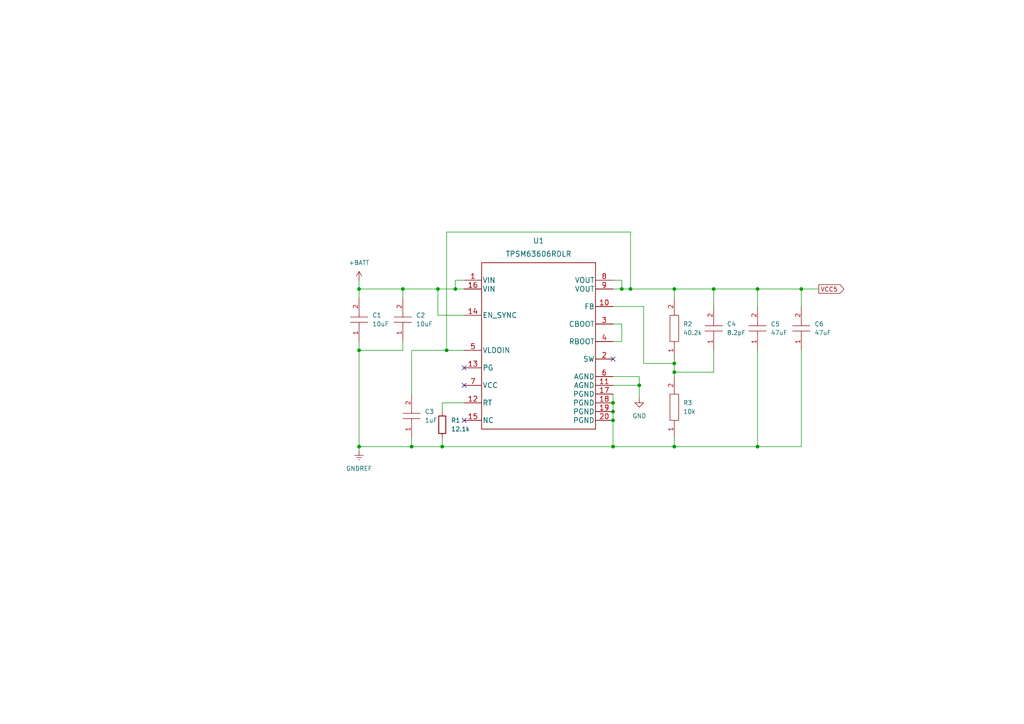
<source format=kicad_sch>
(kicad_sch (version 20211123) (generator eeschema)
  (paper "A4")
  (lib_symbols
    (symbol "C1005X6S1C105K050BC:C1005X6S1C105K050BC" (pin_names (offset 0.762))
      (property "Reference" "C" (at 8.89 6.35 0))
      (property "Value" "C1005X6S1C105K050BC" (at 8.89 3.81 0))
      (symbol "C1005X6S1C105K050BC_0_0"
        (pin passive line (at 0 0 0) (length 5.08) (name "~") (number "1"))
        (pin passive line (at 12.7 0 180) (length 5.08) (name "~") (number "2"))
      )
      (symbol "C1005X6S1C105K050BC_0_1"
        (polyline (pts (xy 5.08 0) (xy 5.588 0)) (stroke (width 0.1524)))
        (polyline (pts (xy 5.588 2.54) (xy 5.588 -2.54)) (stroke (width 0.1524)))
        (polyline (pts (xy 7.112 0) (xy 7.62 0)) (stroke (width 0.1524)))
        (polyline (pts (xy 7.112 2.54) (xy 7.112 -2.54)) (stroke (width 0.1524)))
      )
    )
    (symbol "C3225X7R1H106M250AC:C3225X7R1H106M250AC" (pin_names (offset 0.762))
      (property "Reference" "C" (at 8.89 6.35 0))
      (property "Value" "C3225X7R1H106M250AC" (at 8.89 3.81 0))
      (symbol "C3225X7R1H106M250AC_0_0"
        (pin passive line (at 0 0 0) (length 5.08) (name "~") (number "1"))
        (pin passive line (at 12.7 0 180) (length 5.08) (name "~") (number "2"))
      )
      (symbol "C3225X7R1H106M250AC_0_1"
        (polyline (pts (xy 5.08 0) (xy 5.588 0)) (stroke (width 0.1524)))
        (polyline (pts (xy 5.588 2.54) (xy 5.588 -2.54)) (stroke (width 0.1524)))
        (polyline (pts (xy 7.112 0) (xy 7.62 0)) (stroke (width 0.1524)))
        (polyline (pts (xy 7.112 2.54) (xy 7.112 -2.54)) (stroke (width 0.1524)))
      )
    )
    (symbol "CRCW040210K0FKED:CRCW040210K0FKED" (pin_names (offset 0.762))
      (property "Reference" "R" (at 13.97 6.35 0))
      (property "Value" "CRCW040210K0FKED" (at 13.97 3.81 0))
      (symbol "CRCW040210K0FKED_0_0"
        (pin passive line (at 0 0 0) (length 5.08) (name "~") (number "1"))
        (pin passive line (at 17.78 0 180) (length 5.08) (name "~") (number "2"))
      )
      (symbol "CRCW040210K0FKED_0_1"
        (polyline (pts (xy 5.08 1.27) (xy 12.7 1.27) (xy 12.7 -1.27) (xy 5.08 -1.27) (xy 5.08 1.27)) (stroke (width 0.1524)))
      )
    )
    (symbol "CRCW040240K2FKED:CRCW040240K2FKED" (pin_names (offset 0.762))
      (property "Reference" "R" (at 13.97 6.35 0))
      (property "Value" "CRCW040240K2FKED" (at 13.97 3.81 0))
      (symbol "CRCW040240K2FKED_0_0"
        (pin passive line (at 0 0 0) (length 5.08) (name "~") (number "1"))
        (pin passive line (at 17.78 0 180) (length 5.08) (name "~") (number "2"))
      )
      (symbol "CRCW040240K2FKED_0_1"
        (polyline (pts (xy 5.08 1.27) (xy 12.7 1.27) (xy 12.7 -1.27) (xy 5.08 -1.27) (xy 5.08 1.27)) (stroke (width 0.1524)))
      )
    )
    (symbol "Device:R" (pin_numbers hide) (pin_names (offset 0))
      (property "Reference" "R" (at 2.032 0 90))
      (property "Value" "R" (at 0 0 90))
      (symbol "R_0_1"
        (rectangle (start -1.016 -2.54) (end 1.016 2.54) (stroke (width 0.254)))
      )
      (symbol "R_1_1"
        (pin passive line (at 0 3.81 270) (length 1.27) (name "~") (number "1"))
        (pin passive line (at 0 -3.81 90) (length 1.27) (name "~") (number "2"))
      )
    )
    (symbol "GCM32ER70J476KE19L:GCM32ER70J476KE19L" (pin_names (offset 0.762))
      (property "Reference" "C" (at 8.89 6.35 0))
      (property "Value" "GCM32ER70J476KE19L" (at 8.89 3.81 0))
      (symbol "GCM32ER70J476KE19L_0_0"
        (pin passive line (at 0 0 0) (length 5.08) (name "~") (number "1"))
        (pin passive line (at 12.7 0 180) (length 5.08) (name "~") (number "2"))
      )
      (symbol "GCM32ER70J476KE19L_0_1"
        (polyline (pts (xy 5.08 0) (xy 5.588 0)) (stroke (width 0.1524)))
        (polyline (pts (xy 5.588 2.54) (xy 5.588 -2.54)) (stroke (width 0.1524)))
        (polyline (pts (xy 7.112 0) (xy 7.62 0)) (stroke (width 0.1524)))
        (polyline (pts (xy 7.112 2.54) (xy 7.112 -2.54)) (stroke (width 0.1524)))
      )
    )
    (symbol "GRM1555C1H8R2CA01D:GRM1555C1H8R2CA01D" (pin_names (offset 0.762))
      (property "Reference" "C" (at 8.89 6.35 0))
      (property "Value" "GRM1555C1H8R2CA01D" (at 8.89 3.81 0))
      (symbol "GRM1555C1H8R2CA01D_0_0"
        (pin passive line (at 0 0 0) (length 5.08) (name "~") (number "1"))
        (pin passive line (at 12.7 0 180) (length 5.08) (name "~") (number "2"))
      )
      (symbol "GRM1555C1H8R2CA01D_0_1"
        (polyline (pts (xy 5.08 0) (xy 5.588 0)) (stroke (width 0.1524)))
        (polyline (pts (xy 5.588 2.54) (xy 5.588 -2.54)) (stroke (width 0.1524)))
        (polyline (pts (xy 7.112 0) (xy 7.62 0)) (stroke (width 0.1524)))
        (polyline (pts (xy 7.112 2.54) (xy 7.112 -2.54)) (stroke (width 0.1524)))
      )
    )
    (symbol "Power module:TPSM63606RDLR" (pin_names (offset 0.254))
      (property "Reference" "U" (at 0 2.54 0))
      (property "Value" "TPSM63606RDLR" (at 0 0 0))
      (symbol "TPSM63606RDLR_1_1"
        (polyline (pts (xy 5.08 -43.18) (xy 38.1 -43.18)) (stroke (width 0.2032)))
        (polyline (pts (xy 5.08 5.08) (xy 5.08 -43.18)) (stroke (width 0.2032)))
        (polyline (pts (xy 38.1 -43.18) (xy 38.1 5.08)) (stroke (width 0.2032)))
        (polyline (pts (xy 38.1 5.08) (xy 5.08 5.08)) (stroke (width 0.2032)))
        (pin power_in line (at 0 0 0) (length 5.08) (name "VIN") (number "1"))
        (pin unspecified line (at 43.18 -7.62 180) (length 5.08) (name "FB") (number "10"))
        (pin power_in line (at 43.18 -30.48 180) (length 5.08) (name "AGND") (number "11"))
        (pin unspecified line (at 0 -35.56 0) (length 5.08) (name "RT") (number "12"))
        (pin open_collector line (at 0 -25.4 0) (length 5.08) (name "PG") (number "13"))
        (pin input line (at 0 -10.16 0) (length 5.08) (name "EN_SYNC") (number "14"))
        (pin unspecified line (at 0 -40.64 0) (length 5.08) (name "NC") (number "15"))
        (pin power_in line (at 0 -2.54 0) (length 5.08) (name "VIN") (number "16"))
        (pin power_in line (at 43.18 -33.02 180) (length 5.08) (name "PGND") (number "17"))
        (pin power_in line (at 43.18 -35.56 180) (length 5.08) (name "PGND") (number "18"))
        (pin power_in line (at 43.18 -38.1 180) (length 5.08) (name "PGND") (number "19"))
        (pin unspecified line (at 43.18 -22.86 180) (length 5.08) (name "SW") (number "2"))
        (pin power_in line (at 43.18 -40.64 180) (length 5.08) (name "PGND") (number "20"))
        (pin unspecified line (at 43.18 -12.7 180) (length 5.08) (name "CBOOT") (number "3"))
        (pin unspecified line (at 43.18 -17.78 180) (length 5.08) (name "RBOOT") (number "4"))
        (pin unspecified line (at 0 -20.32 0) (length 5.08) (name "VLDOIN") (number "5"))
        (pin power_in line (at 43.18 -27.94 180) (length 5.08) (name "AGND") (number "6"))
        (pin unspecified line (at 0 -30.48 0) (length 5.08) (name "VCC") (number "7"))
        (pin unspecified line (at 43.18 0 180) (length 5.08) (name "VOUT") (number "8"))
        (pin unspecified line (at 43.18 -2.54 180) (length 5.08) (name "VOUT") (number "9"))
      )
    )
    (symbol "power:+BATT" (power) (pin_names (offset 0))
      (property "Value" "+BATT" (at 0 3.556 0))
      (symbol "+BATT_0_1"
        (polyline (pts (xy -0.762 1.27) (xy 0 2.54)))
        (polyline (pts (xy 0 0) (xy 0 2.54)))
        (polyline (pts (xy 0 2.54) (xy 0.762 1.27)))
      )
      (symbol "+BATT_1_1"
        (pin power_in line (at 0 0 90) (length 0) hide (name "+BATT") (number "1"))
      )
    )
    (symbol "power:GND" (power) (pin_names (offset 0))
      (property "Value" "GND" (at 0 -3.81 0))
      (symbol "GND_0_1"
        (polyline (pts (xy 0 0) (xy 0 -1.27) (xy 1.27 -1.27) (xy 0 -2.54) (xy -1.27 -1.27) (xy 0 -1.27)))
      )
      (symbol "GND_1_1"
        (pin power_in line (at 0 0 270) (length 0) hide (name "GND") (number "1"))
      )
    )
    (symbol "power:GNDREF" (power) (pin_names (offset 0))
      (property "Value" "GNDREF" (at 0 -3.81 0))
      (symbol "GNDREF_0_1"
        (polyline (pts (xy -0.635 -1.905) (xy 0.635 -1.905)))
        (polyline (pts (xy -0.127 -2.54) (xy 0.127 -2.54)))
        (polyline (pts (xy 0 -1.27) (xy 0 0)))
        (polyline (pts (xy 1.27 -1.27) (xy -1.27 -1.27)))
      )
      (symbol "GNDREF_1_1"
        (pin power_in line (at 0 0 270) (length 0) hide (name "GNDREF") (number "1"))
      )
    )
  )
  (junction (at 132.08 83.82))
  (junction (at 116.84 83.82))
  (junction (at 195.58 129.54))
  (junction (at 185.42 111.76))
  (junction (at 104.14 129.54))
  (junction (at 119.38 129.54))
  (junction (at 177.8 116.84))
  (junction (at 128.27 129.54))
  (junction (at 219.71 129.54))
  (junction (at 177.8 129.54))
  (junction (at 195.58 105.41))
  (junction (at 177.8 119.38))
  (junction (at 180.34 83.82))
  (junction (at 219.71 83.82))
  (junction (at 195.58 107.95))
  (junction (at 127 83.82))
  (junction (at 207.01 83.82))
  (junction (at 104.14 101.6))
  (junction (at 195.58 83.82))
  (junction (at 182.88 83.82))
  (junction (at 104.14 83.82))
  (junction (at 129.54 101.6))
  (junction (at 177.8 121.92))
  (junction (at 232.41 83.82))
  (no_connect (at 177.8 104.14))
  (no_connect (at 134.62 121.92))
  (no_connect (at 134.62 106.68))
  (no_connect (at 134.62 111.76))
  (wire (pts (xy 104.14 81.28) (xy 104.14 83.82)))
  (wire (pts (xy 128.27 127) (xy 128.27 129.54)))
  (wire (pts (xy 182.88 83.82) (xy 195.58 83.82)))
  (wire (pts (xy 195.58 83.82) (xy 207.01 83.82)))
  (wire (pts (xy 195.58 129.54) (xy 177.8 129.54)))
  (wire (pts (xy 177.8 93.98) (xy 180.34 93.98)))
  (wire (pts (xy 177.8 114.3) (xy 177.8 116.84)))
  (wire (pts (xy 119.38 101.6) (xy 119.38 114.3)))
  (wire (pts (xy 177.8 83.82) (xy 180.34 83.82)))
  (wire (pts (xy 134.62 91.44) (xy 127 91.44)))
  (wire (pts (xy 207.01 107.95) (xy 195.58 107.95)))
  (wire (pts (xy 129.54 67.31) (xy 182.88 67.31)))
  (wire (pts (xy 132.08 83.82) (xy 134.62 83.82)))
  (wire (pts (xy 128.27 129.54) (xy 119.38 129.54)))
  (wire (pts (xy 219.71 88.9) (xy 219.71 83.82)))
  (wire (pts (xy 177.8 81.28) (xy 180.34 81.28)))
  (wire (pts (xy 186.69 88.9) (xy 186.69 105.41)))
  (wire (pts (xy 182.88 67.31) (xy 182.88 83.82)))
  (wire (pts (xy 186.69 105.41) (xy 195.58 105.41)))
  (wire (pts (xy 207.01 101.6) (xy 207.01 107.95)))
  (wire (pts (xy 116.84 83.82) (xy 127 83.82)))
  (wire (pts (xy 185.42 109.22) (xy 185.42 111.76)))
  (wire (pts (xy 180.34 81.28) (xy 180.34 83.82)))
  (wire (pts (xy 134.62 101.6) (xy 129.54 101.6)))
  (wire (pts (xy 185.42 111.76) (xy 185.42 115.57)))
  (wire (pts (xy 207.01 83.82) (xy 207.01 88.9)))
  (wire (pts (xy 232.41 88.9) (xy 232.41 83.82)))
  (wire (pts (xy 116.84 83.82) (xy 116.84 86.36)))
  (wire (pts (xy 180.34 93.98) (xy 180.34 99.06)))
  (wire (pts (xy 177.8 109.22) (xy 185.42 109.22)))
  (wire (pts (xy 232.41 101.6) (xy 232.41 129.54)))
  (wire (pts (xy 195.58 105.41) (xy 195.58 107.95)))
  (wire (pts (xy 219.71 101.6) (xy 219.71 129.54)))
  (wire (pts (xy 177.8 119.38) (xy 177.8 121.92)))
  (wire (pts (xy 195.58 83.82) (xy 195.58 86.36)))
  (wire (pts (xy 127 83.82) (xy 132.08 83.82)))
  (wire (pts (xy 104.14 99.06) (xy 104.14 101.6)))
  (wire (pts (xy 219.71 83.82) (xy 232.41 83.82)))
  (wire (pts (xy 129.54 101.6) (xy 119.38 101.6)))
  (wire (pts (xy 195.58 104.14) (xy 195.58 105.41)))
  (wire (pts (xy 116.84 101.6) (xy 104.14 101.6)))
  (wire (pts (xy 104.14 83.82) (xy 104.14 86.36)))
  (wire (pts (xy 195.58 127) (xy 195.58 129.54)))
  (wire (pts (xy 134.62 81.28) (xy 132.08 81.28)))
  (wire (pts (xy 177.8 116.84) (xy 177.8 119.38)))
  (wire (pts (xy 232.41 83.82) (xy 237.49 83.82)))
  (wire (pts (xy 129.54 101.6) (xy 129.54 67.31)))
  (wire (pts (xy 104.14 101.6) (xy 104.14 129.54)))
  (wire (pts (xy 207.01 83.82) (xy 219.71 83.82)))
  (wire (pts (xy 180.34 99.06) (xy 177.8 99.06)))
  (wire (pts (xy 104.14 129.54) (xy 104.14 130.81)))
  (wire (pts (xy 127 91.44) (xy 127 83.82)))
  (wire (pts (xy 128.27 116.84) (xy 128.27 119.38)))
  (wire (pts (xy 177.8 129.54) (xy 128.27 129.54)))
  (wire (pts (xy 195.58 107.95) (xy 195.58 109.22)))
  (wire (pts (xy 116.84 99.06) (xy 116.84 101.6)))
  (wire (pts (xy 177.8 88.9) (xy 186.69 88.9)))
  (wire (pts (xy 177.8 111.76) (xy 185.42 111.76)))
  (wire (pts (xy 232.41 129.54) (xy 219.71 129.54)))
  (wire (pts (xy 219.71 129.54) (xy 195.58 129.54)))
  (wire (pts (xy 119.38 127) (xy 119.38 129.54)))
  (wire (pts (xy 177.8 121.92) (xy 177.8 129.54)))
  (wire (pts (xy 104.14 83.82) (xy 116.84 83.82)))
  (wire (pts (xy 119.38 129.54) (xy 104.14 129.54)))
  (wire (pts (xy 134.62 116.84) (xy 128.27 116.84)))
  (wire (pts (xy 180.34 83.82) (xy 182.88 83.82)))
  (wire (pts (xy 132.08 81.28) (xy 132.08 83.82)))
  (global_label "VCC5" (shape output) (at 237.49 83.82 0) (property "Intersheet References" "${INTERSHEET_REFS}" (effects hide)))
  (symbol (lib_id "Device:R") (at 128.27 123.19 0) (unit 1)
    (property "Reference" "R1" (at 130.81 121.9199 0) (effects (justify left)))
    (property "Value" "12.1k" (at 130.81 124.4599 0) (effects (justify left)))
    (property "Footprint" "Resistor_SMD:R_0402_1005Metric" (effects hide))
  )
  (symbol (lib_id "power:GNDREF") (at 104.14 130.81 0) (unit 1)
    (property "Reference" "#PWR0106" (effects hide))
    (property "Value" "GNDREF" (at 104.14 135.89 0))
  )
  (symbol (lib_id "C3225X7R1H106M250AC:C3225X7R1H106M250AC") (at 116.84 99.06 90) (unit 1)
    (property "Reference" "C2" (at 120.65 91.4399 90) (effects (justify right)))
    (property "Value" "10uF" (at 120.65 93.9799 90) (effects (justify right)))
    (property "Datasheet" "https://product.tdk.com/system/files/dam/doc/product/capacitor/ceramic/mlcc/catalog/mlcc_commercial_general_en.pdf" (effects hide))
    (property "Description" "TDK 1210 C 10uF Ceramic Multilayer Capacitor, 50 V dc, +125C, X7R Dielectric, +/-20%" (effects hide))
    (property "Height" "2.8" (effects hide))
    (property "Mouser Part Number" "810-C3225X7R1H106MAC" (effects hide))
    (property "Mouser Price/Stock" "https://www.mouser.co.uk/ProductDetail/TDK/C3225X7R1H106M250AC?qs=6JAMGB%252BEdkwY95l8JqNSnw%3D%3D" (effects hide))
    (property "Manufacturer_Name" "TDK" (effects hide))
    (property "Manufacturer_Part_Number" "C3225X7R1H106M250AC" (effects hide))
  )
  (symbol (lib_id "C1005X6S1C105K050BC:C1005X6S1C105K050BC") (at 119.38 127 90) (unit 1)
    (property "Reference" "C3" (at 123.19 119.3799 90) (effects (justify right)))
    (property "Value" "1uF" (at 123.19 121.9199 90) (effects (justify right)))
    (property "Datasheet" "https://product.tdk.com/system/files/dam/doc/product/capacitor/ceramic/mlcc/catalog/mlcc_commercial_general_en.pdf" (effects hide))
    (property "Description" "MULTILAYER CERAMIC CHIP CAPACITORS, 1005, Commercial grade, general (Up to 75V)" (effects hide))
    (property "Height" "0.55" (effects hide))
    (property "Mouser Part Number" "810-C1005X6S1C105K" (effects hide))
    (property "Mouser Price/Stock" "https://www.mouser.co.uk/ProductDetail/TDK/C1005X6S1C105K050BC?qs=dfay7wIA1uGWVKHpqb9RWw%3D%3D" (effects hide))
    (property "Manufacturer_Name" "TDK" (effects hide))
    (property "Manufacturer_Part_Number" "C1005X6S1C105K050BC" (effects hide))
  )
  (symbol (lib_id "GCM32ER70J476KE19L:GCM32ER70J476KE19L") (at 232.41 101.6 90) (unit 1)
    (property "Reference" "C6" (at 236.22 93.9799 90) (effects (justify right)))
    (property "Value" "47uF" (at 236.22 96.5199 90) (effects (justify right)))
    (property "Description" "Chip Multilayer Ceramic Capacitors for Automotive" (effects hide))
    (property "Height" "2.7" (effects hide))
    (property "Mouser Part Number" "81-GCM32ER70J476KE9L" (effects hide))
    (property "Mouser Price/Stock" "https://www.mouser.co.uk/ProductDetail/Murata-Electronics/GCM32ER70J476KE19L?qs=pIXLFAqUTcbyFoZMTWAW5w%3D%3D" (effects hide))
    (property "Manufacturer_Name" "Murata Electronics" (effects hide))
    (property "Manufacturer_Part_Number" "GCM32ER70J476KE19L" (effects hide))
  )
  (symbol (lib_id "CRCW040210K0FKED:CRCW040210K0FKED") (at 195.58 127 90) (unit 1)
    (property "Reference" "R3" (at 198.12 116.8399 90) (effects (justify right)))
    (property "Value" "10k" (at 198.12 119.3799 90) (effects (justify right)))
    (property "Datasheet" "http://www.vishay.com/docs/20035/dcrcwe3.pdf" (effects hide))
    (property "Description" "CRCW0402 Resistor T/R 0.063W,1%,10K Vishay CRCW Series Thick Film Surface Mount Resistor 0402 Case 10k +/-1% 0.063W +/-100ppm/C" (effects hide))
    (property "Height" "0.4" (effects hide))
    (property "Mouser Part Number" "71-CRCW0402-10K-E3" (effects hide))
    (property "Mouser Price/Stock" "https://www.mouser.co.uk/ProductDetail/Vishay-Dale/CRCW040210K0FKED?qs=rlE3Te1NifyN3e8vvxacSw%3D%3D" (effects hide))
    (property "Manufacturer_Name" "Vishay" (effects hide))
    (property "Manufacturer_Part_Number" "CRCW040210K0FKED" (effects hide))
  )
  (symbol (lib_id "GRM1555C1H8R2CA01D:GRM1555C1H8R2CA01D") (at 207.01 101.6 90) (unit 1)
    (property "Reference" "C4" (at 210.82 93.9799 90) (effects (justify right)))
    (property "Value" "8.2pF" (at 210.82 96.5199 90) (effects (justify right)))
    (property "Datasheet" "https://datasheet.datasheetarchive.com/originals/distributors/Datasheets_SAMA/ec4f1577dddcc7a13ddad897a28002d3.pdf" (effects hide))
    (property "Description" "MURATA - GRM1555C1H8R2CA01D - CAP, MLCC, C0G/NP0, 8.2PF, 50V, 0402" (effects hide))
    (property "Height" "0.55" (effects hide))
    (property "Mouser Part Number" "81-GRM1555C1H8R2CA1D" (effects hide))
    (property "Mouser Price/Stock" "https://www.mouser.co.uk/ProductDetail/Murata-Electronics/GRM1555C1H8R2CA01D?qs=q312vENifzBDSINEH9AUSg%3D%3D" (effects hide))
    (property "Manufacturer_Name" "Murata Electronics" (effects hide))
    (property "Manufacturer_Part_Number" "GRM1555C1H8R2CA01D" (effects hide))
  )
  (symbol (lib_id "CRCW040240K2FKED:CRCW040240K2FKED") (at 195.58 104.14 90) (unit 1)
    (property "Reference" "R2" (at 198.12 93.9799 90) (effects (justify right)))
    (property "Value" "40.2k" (at 198.12 96.5199 90) (effects (justify right)))
    (property "Datasheet" "http://www.vishay.com/docs/20035/dcrcwe3.pdf" (effects hide))
    (property "Description" "CRCW0402 Resistor T/R 0.063W,1%,40K2 Vishay CRCW Series Thick Film Surface Mount Resistor 0402 Case 40.2k +/-1% 0.063W +/-100ppm/C" (effects hide))
    (property "Height" "0.4" (effects hide))
    (property "Mouser Part Number" "71-CRCW0402-40.2K-E3" (effects hide))
    (property "Mouser Price/Stock" "https://www.mouser.co.uk/ProductDetail/Vishay-Dale/CRCW040240K2FKED?qs=rzhQWu8UUS3g49JmcwYN7w%3D%3D" (effects hide))
    (property "Manufacturer_Name" "Vishay" (effects hide))
    (property "Manufacturer_Part_Number" "CRCW040240K2FKED" (effects hide))
  )
  (symbol (lib_id "power:+BATT") (at 104.14 81.28 0) (unit 1)
    (property "Reference" "#PWR0105" (effects hide))
    (property "Value" "+BATT" (at 104.14 76.2 0))
  )
  (symbol (lib_id "power:GND") (at 185.42 115.57 0) (unit 1)
    (property "Reference" "#PWR0104" (effects hide))
    (property "Value" "GND" (at 185.42 120.65 0))
  )
  (symbol (lib_id "Power module:TPSM63606RDLR") (at 134.62 81.28 0) (unit 1)
    (property "Reference" "U1" (at 156.21 69.85 0) (effects (font (size 1.524 1.524))))
    (property "Value" "TPSM63606RDLR" (at 156.21 73.66 0) (effects (font (size 1.524 1.524))))
  )
  (symbol (lib_id "C3225X7R1H106M250AC:C3225X7R1H106M250AC") (at 104.14 99.06 90) (unit 1)
    (property "Reference" "C1" (at 107.95 91.4399 90) (effects (justify right)))
    (property "Value" "10uF" (at 107.95 93.9799 90) (effects (justify right)))
    (property "Datasheet" "https://product.tdk.com/system/files/dam/doc/product/capacitor/ceramic/mlcc/catalog/mlcc_commercial_general_en.pdf" (effects hide))
    (property "Description" "TDK 1210 C 10uF Ceramic Multilayer Capacitor, 50 V dc, +125C, X7R Dielectric, +/-20%" (effects hide))
    (property "Height" "2.8" (effects hide))
    (property "Mouser Part Number" "810-C3225X7R1H106MAC" (effects hide))
    (property "Mouser Price/Stock" "https://www.mouser.co.uk/ProductDetail/TDK/C3225X7R1H106M250AC?qs=6JAMGB%252BEdkwY95l8JqNSnw%3D%3D" (effects hide))
    (property "Manufacturer_Name" "TDK" (effects hide))
    (property "Manufacturer_Part_Number" "C3225X7R1H106M250AC" (effects hide))
  )
  (symbol (lib_id "GCM32ER70J476KE19L:GCM32ER70J476KE19L") (at 219.71 101.6 90) (unit 1)
    (property "Reference" "C5" (at 223.52 93.9799 90) (effects (justify right)))
    (property "Value" "47uF" (at 223.52 96.5199 90) (effects (justify right)))
    (property "Description" "Chip Multilayer Ceramic Capacitors for Automotive" (effects hide))
    (property "Height" "2.7" (effects hide))
    (property "Mouser Part Number" "81-GCM32ER70J476KE9L" (effects hide))
    (property "Mouser Price/Stock" "https://www.mouser.co.uk/ProductDetail/Murata-Electronics/GCM32ER70J476KE19L?qs=pIXLFAqUTcbyFoZMTWAW5w%3D%3D" (effects hide))
    (property "Manufacturer_Name" "Murata Electronics" (effects hide))
    (property "Manufacturer_Part_Number" "GCM32ER70J476KE19L" (effects hide))
  )
)
</source>
